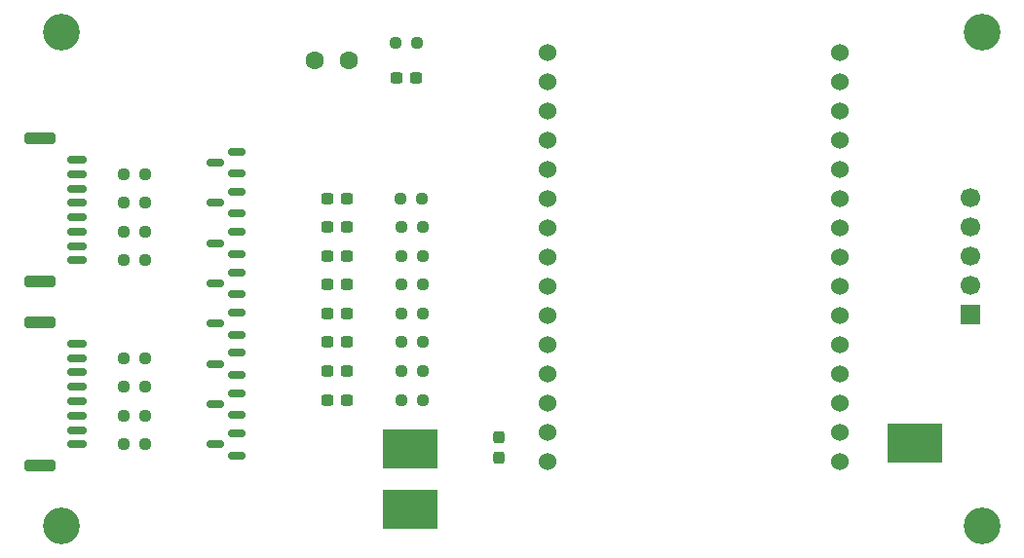
<source format=gts>
%TF.GenerationSoftware,KiCad,Pcbnew,9.0.7*%
%TF.CreationDate,2026-02-09T12:59:15-05:00*%
%TF.ProjectId,led-planets,6c65642d-706c-4616-9e65-74732e6b6963,rev?*%
%TF.SameCoordinates,Original*%
%TF.FileFunction,Soldermask,Top*%
%TF.FilePolarity,Negative*%
%FSLAX46Y46*%
G04 Gerber Fmt 4.6, Leading zero omitted, Abs format (unit mm)*
G04 Created by KiCad (PCBNEW 9.0.7) date 2026-02-09 12:59:15*
%MOMM*%
%LPD*%
G01*
G04 APERTURE LIST*
G04 Aperture macros list*
%AMRoundRect*
0 Rectangle with rounded corners*
0 $1 Rounding radius*
0 $2 $3 $4 $5 $6 $7 $8 $9 X,Y pos of 4 corners*
0 Add a 4 corners polygon primitive as box body*
4,1,4,$2,$3,$4,$5,$6,$7,$8,$9,$2,$3,0*
0 Add four circle primitives for the rounded corners*
1,1,$1+$1,$2,$3*
1,1,$1+$1,$4,$5*
1,1,$1+$1,$6,$7*
1,1,$1+$1,$8,$9*
0 Add four rect primitives between the rounded corners*
20,1,$1+$1,$2,$3,$4,$5,0*
20,1,$1+$1,$4,$5,$6,$7,0*
20,1,$1+$1,$6,$7,$8,$9,0*
20,1,$1+$1,$8,$9,$2,$3,0*%
G04 Aperture macros list end*
%ADD10RoundRect,0.237500X0.250000X0.237500X-0.250000X0.237500X-0.250000X-0.237500X0.250000X-0.237500X0*%
%ADD11RoundRect,0.237500X0.300000X0.237500X-0.300000X0.237500X-0.300000X-0.237500X0.300000X-0.237500X0*%
%ADD12C,3.200000*%
%ADD13RoundRect,0.150000X0.587500X0.150000X-0.587500X0.150000X-0.587500X-0.150000X0.587500X-0.150000X0*%
%ADD14R,1.700000X1.700000*%
%ADD15C,1.700000*%
%ADD16RoundRect,0.150000X-0.700000X0.150000X-0.700000X-0.150000X0.700000X-0.150000X0.700000X0.150000X0*%
%ADD17RoundRect,0.250000X-1.100000X0.250000X-1.100000X-0.250000X1.100000X-0.250000X1.100000X0.250000X0*%
%ADD18RoundRect,0.237500X0.237500X-0.300000X0.237500X0.300000X-0.237500X0.300000X-0.237500X-0.300000X0*%
%ADD19R,4.699000X3.429000*%
%ADD20C,1.524000*%
%ADD21RoundRect,0.237500X-0.300000X-0.237500X0.300000X-0.237500X0.300000X0.237500X-0.300000X0.237500X0*%
%ADD22C,1.600000*%
%ADD23RoundRect,0.237500X-0.250000X-0.237500X0.250000X-0.237500X0.250000X0.237500X-0.250000X0.237500X0*%
G04 APERTURE END LIST*
D10*
%TO.C,R5*%
X81412500Y-76500000D03*
X79587500Y-76500000D03*
%TD*%
D11*
%TO.C,C8*%
X74862500Y-84000000D03*
X73137500Y-84000000D03*
%TD*%
D10*
%TO.C,R16*%
X57262500Y-82875000D03*
X55437500Y-82875000D03*
%TD*%
D12*
%TO.C,H2*%
X130000000Y-52000000D03*
%TD*%
D13*
%TO.C,Q3*%
X65287500Y-71325000D03*
X65287500Y-69425000D03*
X63412500Y-70375000D03*
%TD*%
D10*
%TO.C,R4*%
X81412500Y-74000000D03*
X79587500Y-74000000D03*
%TD*%
D13*
%TO.C,Q4*%
X65287500Y-74825000D03*
X65287500Y-72925000D03*
X63412500Y-73875000D03*
%TD*%
D10*
%TO.C,R15*%
X57262500Y-80375000D03*
X55437500Y-80375000D03*
%TD*%
D13*
%TO.C,Q5*%
X65287500Y-78325000D03*
X65287500Y-76425000D03*
X63412500Y-77375000D03*
%TD*%
D14*
%TO.C,J3*%
X129000000Y-76580000D03*
D15*
X129000000Y-74040000D03*
X129000000Y-71500000D03*
X129000000Y-68960000D03*
X129000000Y-66420000D03*
%TD*%
D10*
%TO.C,R6*%
X81412500Y-79000000D03*
X79587500Y-79000000D03*
%TD*%
%TO.C,R3*%
X81412500Y-71500000D03*
X79587500Y-71500000D03*
%TD*%
%TO.C,R7*%
X81412500Y-81500000D03*
X79587500Y-81500000D03*
%TD*%
%TO.C,R1*%
X81325000Y-66500000D03*
X79500000Y-66500000D03*
%TD*%
D11*
%TO.C,C1*%
X74862500Y-66500000D03*
X73137500Y-66500000D03*
%TD*%
D10*
%TO.C,R14*%
X57262500Y-71875000D03*
X55437500Y-71875000D03*
%TD*%
D16*
%TO.C,J1*%
X51350000Y-63125000D03*
X51350000Y-64375000D03*
X51350000Y-65625000D03*
X51350000Y-66875000D03*
X51350000Y-68125000D03*
X51350000Y-69375000D03*
X51350000Y-70625000D03*
X51350000Y-71875000D03*
D17*
X48150000Y-61275000D03*
X48150000Y-73725000D03*
%TD*%
D18*
%TO.C,C9*%
X88000000Y-89000000D03*
X88000000Y-87275000D03*
%TD*%
D10*
%TO.C,R13*%
X57262500Y-69375000D03*
X55437500Y-69375000D03*
%TD*%
D19*
%TO.C,TP1*%
X124200000Y-87800000D03*
%TD*%
%TO.C,TP3*%
X80300000Y-88300000D03*
%TD*%
D10*
%TO.C,R2*%
X81412500Y-69000000D03*
X79587500Y-69000000D03*
%TD*%
%TO.C,R12*%
X57262500Y-66875000D03*
X55437500Y-66875000D03*
%TD*%
D16*
%TO.C,J2*%
X51350000Y-79125000D03*
X51350000Y-80375000D03*
X51350000Y-81625000D03*
X51350000Y-82875000D03*
X51350000Y-84125000D03*
X51350000Y-85375000D03*
X51350000Y-86625000D03*
X51350000Y-87875000D03*
D17*
X48150000Y-77275000D03*
X48150000Y-89725000D03*
%TD*%
D13*
%TO.C,Q6*%
X65287500Y-81825000D03*
X65287500Y-79925000D03*
X63412500Y-80875000D03*
%TD*%
D11*
%TO.C,C5*%
X74862500Y-76500000D03*
X73137500Y-76500000D03*
%TD*%
D12*
%TO.C,H4*%
X130000000Y-95000000D03*
%TD*%
D11*
%TO.C,C4*%
X74862500Y-74000000D03*
X73137500Y-74000000D03*
%TD*%
%TO.C,C3*%
X74862500Y-71500000D03*
X73137500Y-71500000D03*
%TD*%
D19*
%TO.C,TP2*%
X80300000Y-93500000D03*
%TD*%
D10*
%TO.C,R11*%
X57262500Y-64375000D03*
X55437500Y-64375000D03*
%TD*%
D20*
%TO.C,U2*%
X117700000Y-89375000D03*
X117700000Y-86835000D03*
X117700000Y-84295000D03*
X117700000Y-81755000D03*
X117700000Y-79215000D03*
X117700000Y-76675000D03*
X117700000Y-74135000D03*
X117700000Y-71595000D03*
X117700000Y-69055000D03*
X117700000Y-66515000D03*
X117700000Y-63975000D03*
X117700000Y-61435000D03*
X117700000Y-58895000D03*
X117700000Y-56355000D03*
X117700000Y-53815000D03*
X92300000Y-53815000D03*
X92300000Y-56355000D03*
X92300000Y-58895000D03*
X92300000Y-61435000D03*
X92300000Y-63975000D03*
X92300000Y-66515000D03*
X92300000Y-69055000D03*
X92300000Y-71595000D03*
X92300000Y-74135000D03*
X92300000Y-76675000D03*
X92300000Y-79215000D03*
X92300000Y-81755000D03*
X92300000Y-84295000D03*
X92300000Y-86835000D03*
X92300000Y-89375000D03*
%TD*%
D11*
%TO.C,C7*%
X74862500Y-81500000D03*
X73137500Y-81500000D03*
%TD*%
D21*
%TO.C,C10*%
X79137500Y-56000000D03*
X80862500Y-56000000D03*
%TD*%
D12*
%TO.C,H3*%
X50000000Y-95000000D03*
%TD*%
D13*
%TO.C,Q7*%
X65287500Y-85325000D03*
X65287500Y-83425000D03*
X63412500Y-84375000D03*
%TD*%
%TO.C,Q8*%
X65287500Y-88825000D03*
X65287500Y-86925000D03*
X63412500Y-87875000D03*
%TD*%
D22*
%TO.C,R10*%
X75000000Y-54500000D03*
X72000000Y-54500000D03*
%TD*%
D11*
%TO.C,C2*%
X74862500Y-69000000D03*
X73137500Y-69000000D03*
%TD*%
D10*
%TO.C,R17*%
X57262500Y-85375000D03*
X55437500Y-85375000D03*
%TD*%
D23*
%TO.C,R9*%
X79087500Y-53000000D03*
X80912500Y-53000000D03*
%TD*%
D13*
%TO.C,Q2*%
X65287500Y-67825000D03*
X65287500Y-65925000D03*
X63412500Y-66875000D03*
%TD*%
D12*
%TO.C,H1*%
X50000000Y-52000000D03*
%TD*%
D13*
%TO.C,Q1*%
X65287500Y-64325000D03*
X65287500Y-62425000D03*
X63412500Y-63375000D03*
%TD*%
D10*
%TO.C,R18*%
X57262500Y-87875000D03*
X55437500Y-87875000D03*
%TD*%
%TO.C,R8*%
X81412500Y-84000000D03*
X79587500Y-84000000D03*
%TD*%
D11*
%TO.C,C6*%
X74862500Y-79000000D03*
X73137500Y-79000000D03*
%TD*%
M02*

</source>
